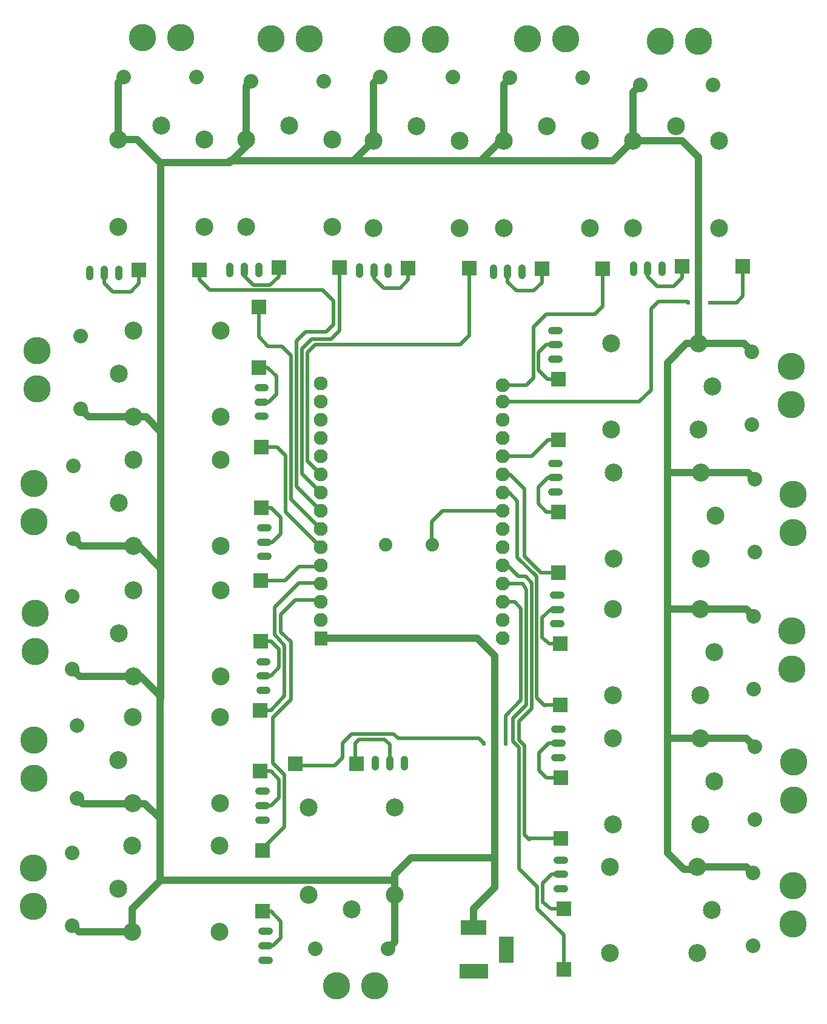
<source format=gtl>
G04 Layer: TopLayer*
G04 EasyEDA v6.4.0, 2020-07-06T20:42:06--4:00*
G04 ceb930e8192849dcbdd75014d79c76d5,10*
G04 Gerber Generator version 0.2*
G04 Scale: 100 percent, Rotated: No, Reflected: No *
G04 Dimensions in millimeters *
G04 leading zeros omitted , absolute positions ,3 integer and 3 decimal *
%FSLAX33Y33*%
%MOMM*%
G90*
G71D02*

%ADD11C,0.499999*%
%ADD12C,0.999998*%
%ADD13C,0.609600*%
%ADD14C,3.810000*%
%ADD15C,1.949958*%
%ADD18R,3.657600X2.032000*%
%ADD20C,2.499995*%
%ADD21C,2.032000*%
%ADD22R,1.999996X1.999996*%
%ADD23C,1.879600*%

%LPD*%
G54D11*
G01X101879Y103124D02*
G01X101879Y98933D01*
G01X100990Y98044D01*
G01X97307Y98044D01*
G01X68351Y84201D02*
G01X87401Y84201D01*
G01X89052Y85852D01*
G01X89052Y97155D01*
G01X90068Y98171D01*
G01X94132Y98171D01*
G01X94259Y98044D01*
G01X68351Y68961D02*
G01X59969Y68961D01*
G01X58445Y67437D01*
G01X58445Y64287D01*
G01X58470Y64262D01*
G54D12*
G01X42951Y51181D02*
G01X64795Y51181D01*
G01X64922Y51054D01*
G01X67208Y48768D01*
G01X67208Y16383D01*
G01X67208Y16383D01*
G01X64287Y13462D01*
G01X64287Y10795D01*
G01X96045Y74295D02*
G01X91338Y74295D01*
G01X95918Y55245D02*
G01X91338Y55245D01*
G01X95918Y37211D02*
G01X91338Y37211D01*
G01X95664Y92329D02*
G01X94005Y92329D01*
G01X91338Y89662D01*
G01X91338Y21209D01*
G01X93624Y18923D01*
G01X95156Y18923D01*
G01X95537Y19304D01*
G01X86512Y120657D02*
G01X93362Y120657D01*
G01X95656Y118364D01*
G01X95656Y92336D01*
G01X95664Y92329D01*
G01X86512Y120657D02*
G01X86512Y120650D01*
G01X83718Y117856D01*
G01X64668Y117856D01*
G01X68478Y120657D02*
G01X68105Y120657D01*
G01X65303Y117856D01*
G01X47800Y117856D01*
G01X50317Y120657D02*
G01X50317Y120650D01*
G01X47523Y117856D01*
G01X30251Y117856D01*
G01X32537Y120784D02*
G01X32537Y119888D01*
G01X30251Y117602D01*
G01X20599Y117602D01*
G01X14630Y120784D02*
G01X17289Y120784D01*
G01X20599Y117475D01*
G01X20599Y76077D01*
G01X16756Y82105D02*
G01X18503Y82105D01*
G01X20599Y80010D01*
G01X20599Y60634D01*
G01X16756Y64071D02*
G01X17487Y64071D01*
G01X20599Y60960D01*
G01X20599Y42854D01*
G01X16756Y45910D02*
G01X17741Y45910D01*
G01X20472Y43180D01*
G01X20472Y24667D01*
G01X16629Y28130D02*
G01X18376Y28130D01*
G01X20472Y26035D01*
G01X20472Y17399D01*
G01X16629Y10223D02*
G01X16629Y13428D01*
G01X20599Y17399D01*
G01X53238Y17399D01*
G01X53238Y15359D02*
G01X53238Y18288D01*
G01X55524Y20574D01*
G01X67208Y20574D01*
G54D11*
G01X34823Y21590D02*
G01X34823Y21844D01*
G01X37871Y24892D01*
G01X37871Y32131D01*
G01X36220Y33782D01*
G01X36220Y40132D01*
G01X38760Y42672D01*
G01X38760Y50673D01*
G01X37363Y52070D01*
G01X37363Y54483D01*
G01X39395Y56515D01*
G01X42697Y56515D01*
G01X42951Y56261D01*
G01X34569Y41148D02*
G01X35966Y41148D01*
G01X37871Y43180D01*
G01X37871Y50165D01*
G01X36474Y51689D01*
G01X36474Y55499D01*
G01X39903Y58928D01*
G01X42951Y58928D01*
G01X43078Y58801D01*
G01X34543Y59245D02*
G01X37934Y59245D01*
G01X39903Y61214D01*
G01X42824Y61214D01*
G01X42951Y61341D01*
G01X34670Y77914D02*
G01X36791Y77914D01*
G01X37998Y76708D01*
G01X37998Y68834D01*
G01X42951Y63881D01*
G01X34289Y97472D02*
G01X34289Y93243D01*
G01X35585Y91948D01*
G01X37490Y91948D01*
G01X38760Y90678D01*
G01X38760Y70612D01*
G01X42951Y66421D01*
G01X25996Y102590D02*
G01X25996Y101282D01*
G01X27457Y99822D01*
G01X43205Y99822D01*
G01X44729Y98298D01*
G01X44729Y94996D01*
G01X43713Y93980D01*
G01X40792Y93980D01*
G01X39522Y92710D01*
G01X39522Y72390D01*
G01X42951Y68961D01*
G01X45554Y102971D02*
G01X45554Y94170D01*
G01X44348Y92964D01*
G01X41681Y92964D01*
G01X40284Y91567D01*
G01X40284Y74168D01*
G01X42951Y71501D01*
G01X63652Y102870D02*
G01X63652Y93472D01*
G01X62382Y92202D01*
G01X42189Y92202D01*
G01X41046Y91059D01*
G01X41046Y75946D01*
G01X42951Y74041D01*
G01X82321Y102743D02*
G01X82321Y97536D01*
G01X81178Y96393D01*
G01X74447Y96393D01*
G01X72669Y94615D01*
G01X72669Y87503D01*
G01X71653Y86487D01*
G01X68351Y86487D01*
G01X68351Y76581D02*
G01X72415Y76581D01*
G01X74701Y78867D01*
G01X76098Y78867D01*
G01X68351Y74041D02*
G01X69367Y74041D01*
G01X71399Y72009D01*
G01X71399Y62611D01*
G01X73685Y60325D01*
G01X76098Y60325D01*
G01X68351Y71501D02*
G01X69240Y71501D01*
G01X70383Y70358D01*
G01X70383Y62484D01*
G01X73050Y59817D01*
G01X73050Y42926D01*
G01X74193Y41783D01*
G01X74320Y41910D01*
G01X76352Y41910D01*
G01X68478Y61341D02*
G01X68986Y61341D01*
G01X70510Y59817D01*
G01X71526Y59817D01*
G01X72415Y58928D01*
G01X72415Y41402D01*
G01X70637Y39624D01*
G01X70637Y36957D01*
G01X71399Y36195D01*
G01X71399Y23749D01*
G01X72034Y23114D01*
G01X72161Y23241D01*
G01X76606Y23241D01*
G01X68351Y58801D02*
G01X71145Y58801D01*
G01X71653Y57955D01*
G01X71653Y41910D01*
G01X69748Y40005D01*
G01X69748Y36830D01*
G01X70637Y35941D01*
G01X70637Y19050D01*
G01X73177Y16510D01*
G01X73177Y13462D01*
G01X76860Y9779D01*
G01X76860Y4953D01*
G01X39268Y33401D02*
G01X44856Y33401D01*
G01X45999Y34544D01*
G01X45999Y36576D01*
G01X47269Y37846D01*
G01X53111Y37846D01*
G01X53746Y37211D01*
G01X65049Y37211D01*
G01X65684Y36576D01*
G01X65684Y36449D01*
G01X68351Y56261D02*
G01X70002Y56261D01*
G01X70891Y55372D01*
G01X70891Y42545D01*
G01X68732Y40386D01*
G01X68732Y36449D01*
G01X52572Y33782D02*
G01X52572Y36352D01*
G01X51841Y37084D01*
G01X48285Y37084D01*
G01X47777Y36576D01*
G01X47768Y36567D01*
G01X47768Y33401D01*
G54D12*
G01X53238Y15359D02*
G01X53238Y8763D01*
G01X52349Y7874D01*
G01X86512Y120657D02*
G01X86512Y127381D01*
G01X87528Y128397D01*
G01X68478Y120657D02*
G01X68478Y128524D01*
G01X69367Y129413D01*
G01X50317Y120657D02*
G01X50317Y128651D01*
G01X51206Y129540D01*
G01X32537Y120784D02*
G01X32537Y128270D01*
G01X33172Y128905D01*
G01X14630Y120784D02*
G01X14630Y128778D01*
G01X15392Y129540D01*
G01X16756Y82105D02*
G01X10541Y82105D01*
G01X9398Y83248D01*
G01X16756Y64071D02*
G01X9398Y64071D01*
G01X8382Y65087D01*
G01X16756Y45910D02*
G01X9271Y45910D01*
G01X8255Y46926D01*
G01X16629Y28130D02*
G01X9652Y28130D01*
G01X8890Y28892D01*
G01X16629Y10223D02*
G01X9144Y10223D01*
G01X8255Y11112D01*
G01X95537Y19304D02*
G01X102387Y19304D01*
G01X103276Y18415D01*
G01X95918Y37211D02*
G01X102387Y37211D01*
G01X103530Y36068D01*
G01X95918Y55245D02*
G01X102387Y55245D01*
G01X103403Y54229D01*
G01X96045Y74295D02*
G01X102641Y74295D01*
G01X103530Y73406D01*
G01X95664Y92329D02*
G01X102006Y92329D01*
G01X103149Y91186D01*
G54D11*
G01X34289Y88972D02*
G01X35513Y88972D01*
G01X36728Y87757D01*
G01X36728Y85217D01*
G01X35712Y84201D01*
G01X35679Y84167D01*
G01X34670Y84167D01*
G01X34670Y69414D02*
G01X36021Y69414D01*
G01X37363Y68072D01*
G01X37363Y65786D01*
G01X36220Y64643D01*
G01X36187Y64609D01*
G01X35051Y64609D01*
G01X34543Y50745D02*
G01X36021Y50745D01*
G01X37109Y49657D01*
G01X37109Y47117D01*
G01X35966Y45974D01*
G01X35933Y45940D01*
G01X34924Y45940D01*
G01X34442Y32647D02*
G01X35957Y32647D01*
G01X37109Y31496D01*
G01X37109Y28956D01*
G01X35966Y27813D01*
G01X35935Y27843D01*
G01X34823Y27843D01*
G01X34823Y13089D02*
G01X35957Y13089D01*
G01X37363Y11684D01*
G01X37363Y9398D01*
G01X36220Y8255D01*
G01X36189Y8285D01*
G01X35204Y8285D01*
G01X76479Y18257D02*
G01X75178Y18257D01*
G01X73939Y17018D01*
G01X73939Y14351D01*
G01X74828Y13589D01*
G01X75073Y13453D01*
G01X76860Y13453D01*
G01X76098Y36545D02*
G01X74797Y36545D01*
G01X73431Y35179D01*
G01X73431Y32766D01*
G01X74447Y31750D01*
G01X74456Y31741D01*
G01X76479Y31741D01*
G01X76225Y55214D02*
G01X75051Y55214D01*
G01X73812Y54102D01*
G01X73812Y51308D01*
G01X74838Y50411D01*
G01X76606Y50411D01*
G01X75717Y73629D02*
G01X74670Y73629D01*
G01X73304Y72263D01*
G01X73304Y69977D01*
G01X74447Y68834D01*
G01X74456Y68825D01*
G01X76098Y68825D01*
G01X75717Y92171D02*
G01X74416Y92171D01*
G01X73304Y91059D01*
G01X73304Y88646D01*
G01X74447Y87503D01*
G01X74583Y87367D01*
G01X76098Y87367D01*
G01X88574Y102742D02*
G01X88574Y101696D01*
G01X89941Y100330D01*
G01X92227Y100330D01*
G01X93370Y101473D01*
G01X93379Y101481D01*
G01X93379Y103123D01*
G01X69016Y102361D02*
G01X69016Y100934D01*
G01X70256Y99695D01*
G01X72669Y99695D01*
G01X73812Y100838D01*
G01X73821Y100846D01*
G01X73821Y102742D01*
G01X50347Y102488D02*
G01X50347Y101442D01*
G01X51714Y100076D01*
G01X54000Y100076D01*
G01X55143Y101219D01*
G01X55152Y101227D01*
G01X55152Y102869D01*
G01X32250Y102590D02*
G01X32250Y101760D01*
G01X33553Y100457D01*
G01X35839Y100457D01*
G01X36982Y101600D01*
G01X37054Y101672D01*
G01X37054Y102971D01*
G01X12692Y102209D02*
G01X12692Y100744D01*
G01X13868Y99568D01*
G01X16408Y99568D01*
G01X17551Y100711D01*
G01X17496Y100765D01*
G01X17496Y102590D01*
G54D14*
G01X3302Y91376D03*
G01X3302Y86042D03*
G01X2921Y72834D03*
G01X2921Y67500D03*
G01X3048Y54673D03*
G01X3048Y49339D03*
G01X2921Y37020D03*
G01X2921Y31686D03*
G01X2794Y19113D03*
G01X2794Y13779D03*
G01X108864Y16637D03*
G01X108864Y11303D03*
G01X108991Y33909D03*
G01X108991Y28575D03*
G01X108737Y52197D03*
G01X108737Y46863D03*
G01X108864Y71247D03*
G01X108864Y65913D03*
G01X108610Y89154D03*
G01X108610Y83820D03*
G01X50444Y2667D03*
G01X45110Y2667D03*
G01X95656Y134493D03*
G01X90322Y134493D03*
G01X77114Y134874D03*
G01X71780Y134874D03*
G01X58953Y134747D03*
G01X53619Y134747D03*
G01X41300Y134874D03*
G01X35966Y134874D03*
G01X23393Y135001D03*
G01X18059Y135001D03*
G54D15*
G01X68351Y86487D03*
G01X68351Y84201D03*
G01X68351Y81661D03*
G01X68351Y79121D03*
G01X68351Y76581D03*
G01X68351Y74041D03*
G01X68351Y71501D03*
G01X68351Y68961D03*
G01X68351Y66421D03*
G01X68351Y63881D03*
G01X68351Y61341D03*
G01X68351Y58801D03*
G01X68351Y56261D03*
G01X68351Y53721D03*
G01X68351Y51181D03*
G01X42951Y84201D03*
G01X42951Y81661D03*
G01X42951Y79121D03*
G01X42951Y76581D03*
G01X42951Y74041D03*
G01X42951Y71501D03*
G01X42951Y68961D03*
G01X42951Y66421D03*
G01X42951Y63881D03*
G01X42951Y61341D03*
G01X42951Y58801D03*
G01X42951Y56261D03*
G01X42951Y53721D03*
G36*
G01X42052Y50205D02*
G01X42052Y52156D01*
G01X43850Y52156D01*
G01X43850Y50205D01*
G01X42052Y50205D01*
G37*
G01X42951Y86741D03*
G36*
G01X62288Y3683D02*
G01X62288Y5715D01*
G01X66286Y5715D01*
G01X66286Y3683D01*
G01X62288Y3683D01*
G37*
G54D18*
G01X64287Y10795D03*
G36*
G01X67843Y5918D02*
G01X67843Y9575D01*
G01X69875Y9575D01*
G01X69875Y5918D01*
G01X67843Y5918D01*
G37*
G54D20*
G01X28956Y82105D03*
G01X14757Y88104D03*
G01X28956Y94104D03*
G01X16756Y94104D03*
G01X16756Y82105D03*
G54D21*
G01X9398Y93408D03*
G01X9398Y83248D03*
G54D20*
G01X28956Y64071D03*
G01X14757Y70070D03*
G01X28956Y76070D03*
G01X16756Y76070D03*
G01X16756Y64071D03*
G54D21*
G01X8382Y75247D03*
G01X8382Y65087D03*
G54D20*
G01X28956Y45910D03*
G01X14757Y51909D03*
G01X28956Y57909D03*
G01X16756Y57909D03*
G01X16756Y45910D03*
G54D21*
G01X8255Y57086D03*
G01X8255Y46926D03*
G54D20*
G01X28854Y28194D03*
G01X14655Y34193D03*
G01X28854Y40192D03*
G01X16654Y40192D03*
G01X16654Y28194D03*
G54D21*
G01X8890Y39052D03*
G01X8890Y28892D03*
G54D20*
G01X28829Y10223D03*
G01X14630Y16222D03*
G01X28829Y22222D03*
G01X16629Y22222D03*
G01X16629Y10223D03*
G54D21*
G01X8255Y21272D03*
G01X8255Y11112D03*
G54D20*
G01X83464Y92329D03*
G01X97662Y86329D03*
G01X83464Y80330D03*
G01X95664Y80330D03*
G01X95664Y92329D03*
G54D21*
G01X103149Y81026D03*
G01X103149Y91186D03*
G54D20*
G01X83845Y74295D03*
G01X98043Y68295D03*
G01X83845Y62296D03*
G01X96045Y62296D03*
G01X96045Y74295D03*
G54D21*
G01X103530Y63246D03*
G01X103530Y73406D03*
G54D20*
G01X83718Y55245D03*
G01X97916Y49245D03*
G01X83718Y43246D03*
G01X95918Y43246D03*
G01X95918Y55245D03*
G54D21*
G01X103403Y44069D03*
G01X103403Y54229D03*
G54D20*
G01X83718Y37211D03*
G01X97916Y31211D03*
G01X83718Y25212D03*
G01X95918Y25212D03*
G01X95918Y37211D03*
G54D21*
G01X103530Y25908D03*
G01X103530Y36068D03*
G54D20*
G01X83337Y19304D03*
G01X97535Y13304D03*
G01X83337Y7305D03*
G01X95537Y7305D03*
G01X95537Y19304D03*
G54D21*
G01X103276Y8255D03*
G01X103276Y18415D03*
G54D20*
G01X53238Y27559D03*
G01X47238Y13360D03*
G01X41239Y27559D03*
G01X41239Y15359D03*
G01X53238Y15359D03*
G54D21*
G01X42189Y7874D03*
G01X52349Y7874D03*
G54D22*
G01X34289Y97472D03*
G01X34289Y88972D03*
G01X34670Y77914D03*
G01X34670Y69414D03*
G01X34543Y59245D03*
G01X34543Y50745D03*
G01X34442Y41148D03*
G01X34442Y32647D03*
G01X34823Y21590D03*
G01X34823Y13089D03*
G01X39395Y33655D03*
G01X47895Y33655D03*
G01X76860Y4953D03*
G01X76860Y13453D03*
G01X76479Y23241D03*
G01X76479Y31741D03*
G01X76352Y41910D03*
G01X76352Y50410D03*
G01X76098Y60325D03*
G01X76098Y68825D03*
G01X76098Y78867D03*
G01X76098Y87367D03*
G54D20*
G01X86512Y108458D03*
G01X92511Y122656D03*
G01X98511Y108458D03*
G01X98511Y120657D03*
G01X86512Y120657D03*
G54D21*
G01X97688Y128397D03*
G01X87528Y128397D03*
G54D20*
G01X68478Y108458D03*
G01X74477Y122656D03*
G01X80477Y108458D03*
G01X80477Y120657D03*
G01X68478Y120657D03*
G54D21*
G01X79527Y129413D03*
G01X69367Y129413D03*
G54D20*
G01X50317Y108458D03*
G01X56316Y122656D03*
G01X62316Y108458D03*
G01X62316Y120657D03*
G01X50317Y120657D03*
G54D21*
G01X61366Y129540D03*
G01X51206Y129540D03*
G54D20*
G01X32537Y108585D03*
G01X38536Y122783D03*
G01X44536Y108585D03*
G01X44536Y120784D03*
G01X32537Y120784D03*
G54D21*
G01X43332Y128905D03*
G01X33172Y128905D03*
G54D20*
G01X14630Y108585D03*
G01X20629Y122783D03*
G01X26629Y108585D03*
G01X26629Y120784D03*
G01X14630Y120784D03*
G54D21*
G01X25552Y129540D03*
G01X15392Y129540D03*
G54D22*
G01X101879Y103124D03*
G01X93379Y103124D03*
G01X82321Y102743D03*
G01X73821Y102743D03*
G01X63652Y102870D03*
G01X55152Y102870D03*
G01X45554Y102971D03*
G01X37054Y102971D03*
G01X25996Y102590D03*
G01X17496Y102590D03*
G54D23*
G01X51968Y64262D03*
G01X58470Y64262D03*
G54D13*
G01X68732Y36449D03*
G01X65684Y36449D03*
G01X94259Y98044D03*
G01X97307Y98044D03*
G54D12*
G01X34171Y86169D02*
G01X35170Y86169D01*
G01X34171Y84167D02*
G01X35170Y84167D01*
G01X34171Y82169D02*
G01X35170Y82169D01*
G01X34552Y66611D02*
G01X35551Y66611D01*
G01X34552Y64609D02*
G01X35551Y64609D01*
G01X34552Y62611D02*
G01X35551Y62611D01*
G01X34425Y47942D02*
G01X35424Y47942D01*
G01X34425Y45940D02*
G01X35424Y45940D01*
G01X34425Y43942D02*
G01X35424Y43942D01*
G01X34323Y29845D02*
G01X35323Y29845D01*
G01X34323Y27843D02*
G01X35323Y27843D01*
G01X34323Y25844D02*
G01X35323Y25844D01*
G01X34704Y10287D02*
G01X35704Y10287D01*
G01X34704Y8285D02*
G01X35704Y8285D01*
G01X34704Y6286D02*
G01X35704Y6286D01*
G01X50571Y33282D02*
G01X50571Y34281D01*
G01X52572Y33282D02*
G01X52572Y34281D01*
G01X54571Y33282D02*
G01X54571Y34281D01*
G01X76979Y16256D02*
G01X75979Y16256D01*
G01X76979Y18257D02*
G01X75979Y18257D01*
G01X76979Y20256D02*
G01X75979Y20256D01*
G01X76598Y34544D02*
G01X75598Y34544D01*
G01X76598Y36545D02*
G01X75598Y36545D01*
G01X76598Y38544D02*
G01X75598Y38544D01*
G01X76471Y53213D02*
G01X75471Y53213D01*
G01X76471Y55214D02*
G01X75471Y55214D01*
G01X76471Y57213D02*
G01X75471Y57213D01*
G01X76217Y71628D02*
G01X75217Y71628D01*
G01X76217Y73629D02*
G01X75217Y73629D01*
G01X76217Y75628D02*
G01X75217Y75628D01*
G01X76217Y90170D02*
G01X75217Y90170D01*
G01X76217Y92171D02*
G01X75217Y92171D01*
G01X76217Y94170D02*
G01X75217Y94170D01*
G01X90576Y103242D02*
G01X90576Y102243D01*
G01X88574Y103242D02*
G01X88574Y102243D01*
G01X86575Y103242D02*
G01X86575Y102243D01*
G01X71018Y102861D02*
G01X71018Y101862D01*
G01X69016Y102861D02*
G01X69016Y101862D01*
G01X67017Y102861D02*
G01X67017Y101862D01*
G01X52349Y102988D02*
G01X52349Y101989D01*
G01X50347Y102988D02*
G01X50347Y101989D01*
G01X48348Y102988D02*
G01X48348Y101989D01*
G01X34251Y103090D02*
G01X34251Y102090D01*
G01X32250Y103090D02*
G01X32250Y102090D01*
G01X30251Y103090D02*
G01X30251Y102090D01*
G01X14693Y102709D02*
G01X14693Y101709D01*
G01X12692Y102709D02*
G01X12692Y101709D01*
G01X10693Y102709D02*
G01X10693Y101709D01*
M00*
M02*

</source>
